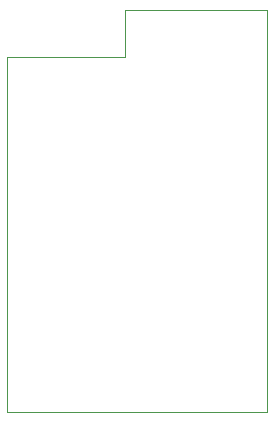
<source format=gbr>
%TF.GenerationSoftware,KiCad,Pcbnew,8.0.9-8.0.9-0~ubuntu22.04.1*%
%TF.CreationDate,2025-04-17T16:20:49+02:00*%
%TF.ProjectId,HB_Stamp_IO_EXT_debug_adapter_FUEL4EP,48425f53-7461-46d7-905f-494f5f455854,1.0*%
%TF.SameCoordinates,Original*%
%TF.FileFunction,Profile,NP*%
%FSLAX46Y46*%
G04 Gerber Fmt 4.6, Leading zero omitted, Abs format (unit mm)*
G04 Created by KiCad (PCBNEW 8.0.9-8.0.9-0~ubuntu22.04.1) date 2025-04-17 16:20:49*
%MOMM*%
%LPD*%
G01*
G04 APERTURE LIST*
%TA.AperFunction,Profile*%
%ADD10C,0.038099*%
%TD*%
G04 APERTURE END LIST*
D10*
X0Y30000000D02*
X0Y0D01*
X0Y30000000D02*
X10000000Y30000000D01*
X10000000Y34000000D02*
X22000000Y34000000D01*
X10000000Y30000000D02*
X10000000Y34000000D01*
X22000000Y34000000D02*
X22000000Y0D01*
X22000000Y0D02*
X0Y0D01*
M02*

</source>
